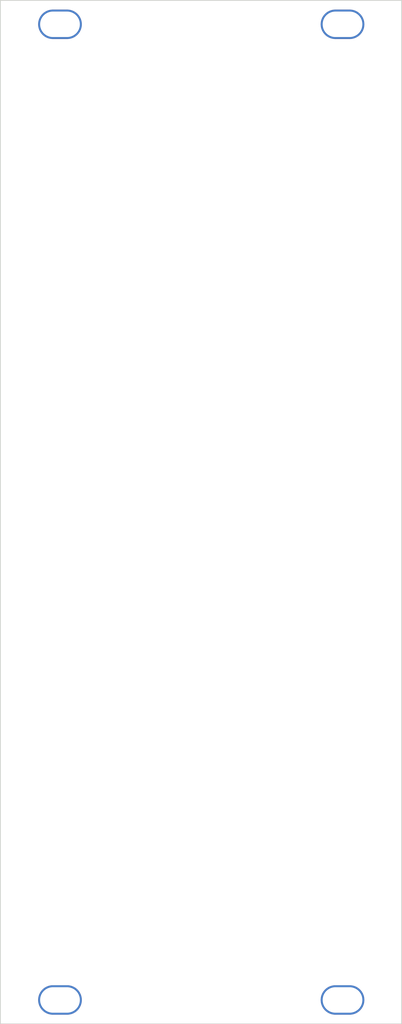
<source format=kicad_pcb>
(kicad_pcb (version 20211014) (generator pcbnew)
  (layers (0 "F.Cu" signal) (31 "B.Cu" signal) (34 "B.Paste" user) (35 "F.Paste" user) (36 "B.SilkS" user "B.Silkscreen") (37 "F.SilkS" user "F.Silkscreen") (38 "B.Mask" user) (39 "F.Mask" user) (44 "Edge.Cuts" user))
  (net 0 "")
  (footprint "" (layer "F.Cu") (at 7.5 125.5)
    (fp_text reference "" (at 0 0) (layer "F.SilkS") (effects (font (size 1.27 1.27))))
    (fp_text value "" (at 0 0) (layer "F.SilkS") (effects (font (size 1.27 1.27))))
    (pad "1" thru_hole oval (at 0 0) (size 5.5 3.7) (drill oval 5 3.2) (layers *.Cu *.Mask))
  )
  (footprint "" (layer "F.Cu") (at 43.06 3)
    (fp_text reference "" (at 0 0) (layer "F.SilkS") (effects (font (size 1.27 1.27))))
    (fp_text value "" (at 0 0) (layer "F.SilkS") (effects (font (size 1.27 1.27))))
    (pad "1" thru_hole oval (at 0 0) (size 5.5 3.7) (drill oval 5 3.2) (layers *.Cu *.Mask))
  )
  (footprint "" (layer "F.Cu") (at 7.5 3)
    (fp_text reference "" hide)
    (fp_text value "" hide)
    (pad "1" thru_hole oval (at 0 0) (size 5.5 3.7) (drill oval 5 3.2) (layers *.Cu *.Mask))
  )
  (footprint "" (layer "F.Cu") (at 43.06 125.5)
    (fp_text reference "" (at 0 0) (layer "F.SilkS") (effects (font (size 1.27 1.27))))
    (fp_text value "" (at 0 0) (layer "F.SilkS") (effects (font (size 1.27 1.27))))
    (pad "1" thru_hole oval (at 0 0) (size 5.5 3.7) (drill oval 5 3.2) (layers *.Cu *.Mask))
  )
  (gr_rect (start 0 0) (end 50.5 128.5) (layer "Edge.Cuts") (width 0.1) (fill none))
)
</source>
